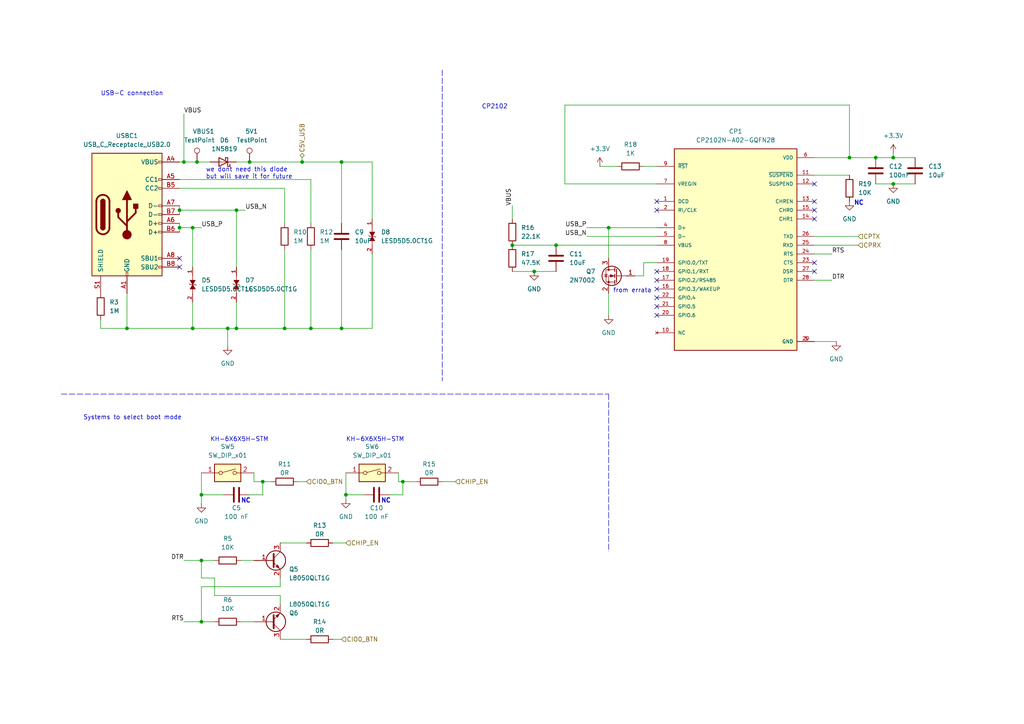
<source format=kicad_sch>
(kicad_sch (version 20211123) (generator eeschema)
  (paper "A4")
  (lib_symbols
    (symbol "CP2102N-A02-GQFN28:CP2102N-A02-GQFN28" (pin_names (offset 1.016))
      (property "Reference" "U" (at -17.78 33.02 0))
      (property "Value" "CP2102N-A02-GQFN28" (at -17.78 -33.02 0))
      (symbol "CP2102N-A02-GQFN28_0_0"
        (rectangle (start -17.78 -27.94) (end 17.78 30.48) (stroke (width 0.254)) (fill (type background)))
        (pin input line (at -22.86 15.24 0) (length 5.08) (name "DCD") (number "1"))
        (pin no_connect line (at -22.86 -22.86 0) (length 5.08) (name "NC") (number "10"))
        (pin output line (at 22.86 22.86 180) (length 5.08) (name "~{SUSPEND}") (number "11"))
        (pin output line (at 22.86 20.32 180) (length 5.08) (name "SUSPEND") (number "12"))
        (pin output line (at 22.86 15.24 180) (length 5.08) (name "CHREN") (number "13"))
        (pin output line (at 22.86 10.16 180) (length 5.08) (name "CHR1") (number "14"))
        (pin output line (at 22.86 12.7 180) (length 5.08) (name "CHR0") (number "15"))
        (pin bidirectional line (at -22.86 -10.16 0) (length 5.08) (name "GPIO.3/WAKEUP") (number "16"))
        (pin bidirectional line (at -22.86 -7.62 0) (length 5.08) (name "GPIO.2/RS485") (number "17"))
        (pin bidirectional line (at -22.86 -5.08 0) (length 5.08) (name "GPIO.1/RXT") (number "18"))
        (pin bidirectional line (at -22.86 -2.54 0) (length 5.08) (name "GPIO.0/TXT") (number "19"))
        (pin bidirectional line (at -22.86 12.7 0) (length 5.08) (name "RI/CLK") (number "2"))
        (pin bidirectional line (at -22.86 -17.78 0) (length 5.08) (name "GPIO.6") (number "20"))
        (pin bidirectional line (at -22.86 -15.24 0) (length 5.08) (name "GPIO.5") (number "21"))
        (pin bidirectional line (at -22.86 -12.7 0) (length 5.08) (name "GPIO.4") (number "22"))
        (pin input line (at 22.86 -2.54 180) (length 5.08) (name "CTS") (number "23"))
        (pin output line (at 22.86 0 180) (length 5.08) (name "RTS") (number "24"))
        (pin input line (at 22.86 2.54 180) (length 5.08) (name "RXD") (number "25"))
        (pin output line (at 22.86 5.08 180) (length 5.08) (name "TXD") (number "26"))
        (pin input line (at 22.86 -5.08 180) (length 5.08) (name "DSR") (number "27"))
        (pin output line (at 22.86 -7.62 180) (length 5.08) (name "DTR") (number "28"))
        (pin power_in line (at 22.86 -25.4 180) (length 5.08) (name "GND") (number "29"))
        (pin power_in line (at 22.86 -25.4 180) (length 5.08) (name "GND") (number "3"))
        (pin bidirectional line (at -22.86 7.62 0) (length 5.08) (name "D+") (number "4"))
        (pin bidirectional line (at -22.86 5.08 0) (length 5.08) (name "D-") (number "5"))
        (pin power_in line (at 22.86 27.94 180) (length 5.08) (name "VDD") (number "6"))
        (pin input line (at -22.86 20.32 0) (length 5.08) (name "VREGIN") (number "7"))
        (pin input line (at -22.86 2.54 0) (length 5.08) (name "VBUS") (number "8"))
        (pin input line (at -22.86 25.4 0) (length 5.08) (name "~{RST}") (number "9"))
      )
    )
    (symbol "Connector:TestPoint" (pin_numbers hide) (pin_names (offset 0.762) hide)
      (property "Reference" "TP" (at 0 6.858 0))
      (property "Value" "TestPoint" (at 0 5.08 0))
      (symbol "TestPoint_0_1"
        (circle (center 0 3.302) (radius 0.762))
      )
      (symbol "TestPoint_1_1"
        (pin passive line (at 0 0 90) (length 2.54) (name "1") (number "1"))
      )
    )
    (symbol "Connector:USB_C_Receptacle_USB2.0" (pin_names (offset 1.016))
      (property "Reference" "J" (at -10.16 19.05 0))
      (property "Value" "USB_C_Receptacle_USB2.0" (at 19.05 19.05 0))
      (symbol "USB_C_Receptacle_USB2.0_0_0"
        (rectangle (start -0.254 -17.78) (end 0.254 -16.764))
        (rectangle (start 10.16 -14.986) (end 9.144 -15.494))
        (rectangle (start 10.16 -12.446) (end 9.144 -12.954))
        (rectangle (start 10.16 -4.826) (end 9.144 -5.334))
        (rectangle (start 10.16 -2.286) (end 9.144 -2.794))
        (rectangle (start 10.16 0.254) (end 9.144 -0.254))
        (rectangle (start 10.16 2.794) (end 9.144 2.286))
        (rectangle (start 10.16 7.874) (end 9.144 7.366))
        (rectangle (start 10.16 10.414) (end 9.144 9.906))
        (rectangle (start 10.16 15.494) (end 9.144 14.986))
      )
      (symbol "USB_C_Receptacle_USB2.0_0_1"
        (rectangle (start -10.16 17.78) (end 10.16 -17.78) (stroke (width 0.254)) (fill (type background)))
        (arc (start -8.89 -3.81) (mid -6.985 -5.715) (end -5.08 -3.81) (stroke (width 0.508)))
        (arc (start -7.62 -3.81) (mid -6.985 -4.445) (end -6.35 -3.81) (stroke (width 0.254)))
        (arc (start -7.62 -3.81) (mid -6.985 -4.445) (end -6.35 -3.81) (stroke (width 0.254)) (fill (type outline)))
        (rectangle (start -7.62 -3.81) (end -6.35 3.81) (stroke (width 0.254)) (fill (type outline)))
        (arc (start -6.35 3.81) (mid -6.985 4.445) (end -7.62 3.81) (stroke (width 0.254)))
        (arc (start -6.35 3.81) (mid -6.985 4.445) (end -7.62 3.81) (stroke (width 0.254)) (fill (type outline)))
        (arc (start -5.08 3.81) (mid -6.985 5.715) (end -8.89 3.81) (stroke (width 0.508)))
        (circle (center -2.54 1.143) (radius 0.635) (stroke (width 0.254)) (fill (type outline)))
        (circle (center 0 -5.842) (radius 1.27) (fill (type outline)))
        (polyline (pts (xy -8.89 -3.81) (xy -8.89 3.81)) (stroke (width 0.508)))
        (polyline (pts (xy -5.08 3.81) (xy -5.08 -3.81)) (stroke (width 0.508)))
        (polyline (pts (xy 0 -5.842) (xy 0 4.318)) (stroke (width 0.508)))
        (polyline (pts (xy 0 -3.302) (xy -2.54 -0.762) (xy -2.54 0.508)) (stroke (width 0.508)))
        (polyline (pts (xy 0 -2.032) (xy 2.54 0.508) (xy 2.54 1.778)) (stroke (width 0.508)))
        (polyline (pts (xy -1.27 4.318) (xy 0 6.858) (xy 1.27 4.318) (xy -1.27 4.318)) (stroke (width 0.254)) (fill (type outline)))
        (rectangle (start 1.905 1.778) (end 3.175 3.048) (stroke (width 0.254)) (fill (type outline)))
      )
      (symbol "USB_C_Receptacle_USB2.0_1_1"
        (pin passive line (at 0 -22.86 90) (length 5.08) (name "GND") (number "A1"))
        (pin passive line (at 0 -22.86 90) (length 5.08) hide (name "GND") (number "A12"))
        (pin passive line (at 15.24 15.24 180) (length 5.08) (name "VBUS") (number "A4"))
        (pin bidirectional line (at 15.24 10.16 180) (length 5.08) (name "CC1") (number "A5"))
        (pin bidirectional line (at 15.24 -2.54 180) (length 5.08) (name "D+") (number "A6"))
        (pin bidirectional line (at 15.24 2.54 180) (length 5.08) (name "D-") (number "A7"))
        (pin bidirectional line (at 15.24 -12.7 180) (length 5.08) (name "SBU1") (number "A8"))
        (pin passive line (at 15.24 15.24 180) (length 5.08) hide (name "VBUS") (number "A9"))
        (pin passive line (at 0 -22.86 90) (length 5.08) hide (name "GND") (number "B1"))
        (pin passive line (at 0 -22.86 90) (length 5.08) hide (name "GND") (number "B12"))
        (pin passive line (at 15.24 15.24 180) (length 5.08) hide (name "VBUS") (number "B4"))
        (pin bidirectional line (at 15.24 7.62 180) (length 5.08) (name "CC2") (number "B5"))
        (pin bidirectional line (at 15.24 -5.08 180) (length 5.08) (name "D+") (number "B6"))
        (pin bidirectional line (at 15.24 0 180) (length 5.08) (name "D-") (number "B7"))
        (pin bidirectional line (at 15.24 -15.24 180) (length 5.08) (name "SBU2") (number "B8"))
        (pin passive line (at 15.24 15.24 180) (length 5.08) hide (name "VBUS") (number "B9"))
        (pin passive line (at -7.62 -22.86 90) (length 5.08) (name "SHIELD") (number "S1"))
      )
    )
    (symbol "Device:C" (pin_numbers hide) (pin_names (offset 0.254))
      (property "Reference" "C" (at 0.635 2.54 0))
      (property "Value" "C" (at 0.635 -2.54 0))
      (symbol "C_0_1"
        (polyline (pts (xy -2.032 -0.762) (xy 2.032 -0.762)) (stroke (width 0.508)))
        (polyline (pts (xy -2.032 0.762) (xy 2.032 0.762)) (stroke (width 0.508)))
      )
      (symbol "C_1_1"
        (pin passive line (at 0 3.81 270) (length 2.794) (name "~") (number "1"))
        (pin passive line (at 0 -3.81 90) (length 2.794) (name "~") (number "2"))
      )
    )
    (symbol "Device:R" (pin_numbers hide) (pin_names (offset 0))
      (property "Reference" "R" (at 2.032 0 90))
      (property "Value" "R" (at 0 0 90))
      (symbol "R_0_1"
        (rectangle (start -1.016 -2.54) (end 1.016 2.54) (stroke (width 0.254)))
      )
      (symbol "R_1_1"
        (pin passive line (at 0 3.81 270) (length 1.27) (name "~") (number "1"))
        (pin passive line (at 0 -3.81 90) (length 1.27) (name "~") (number "2"))
      )
    )
    (symbol "Diode:1N5819" (pin_numbers hide) (pin_names (offset 1.016) hide)
      (property "Reference" "D" (at 0 2.54 0))
      (property "Value" "1N5819" (at 0 -2.54 0))
      (symbol "1N5819_0_1"
        (polyline (pts (xy 1.27 0) (xy -1.27 0)))
        (polyline (pts (xy 1.27 1.27) (xy 1.27 -1.27) (xy -1.27 0) (xy 1.27 1.27)) (stroke (width 0.254)))
        (polyline (pts (xy -1.905 0.635) (xy -1.905 1.27) (xy -1.27 1.27) (xy -1.27 -1.27) (xy -0.635 -1.27) (xy -0.635 -0.635)) (stroke (width 0.254)))
      )
      (symbol "1N5819_1_1"
        (pin passive line (at -3.81 0 0) (length 2.54) (name "K") (number "1"))
        (pin passive line (at 3.81 0 180) (length 2.54) (name "A") (number "2"))
      )
    )
    (symbol "LESD5D5.0CT1G:LESD5D5.0CT1G" (pin_names (offset 1.016))
      (property "Reference" "D" (at -5.08 2.54 0))
      (property "Value" "LESD5D5.0CT1G" (at -5.08 -5.08 0))
      (symbol "LESD5D5.0CT1G_0_0"
        (polyline (pts (xy -1.27 0) (xy -2.54 0)) (stroke (width 0.1524)))
        (polyline (pts (xy 0 -0.762) (xy -0.254 -1.016)) (stroke (width 0.1524)))
        (polyline (pts (xy 0 -0.762) (xy 0 0.762)) (stroke (width 0.1524)))
        (polyline (pts (xy 0 0.762) (xy 0.254 1.016)) (stroke (width 0.1524)))
        (polyline (pts (xy 1.27 0) (xy 2.54 0)) (stroke (width 0.1524)))
        (polyline (pts (xy 0 0) (xy -1.27 -0.762) (xy -1.27 0.762) (xy 0 0)) (stroke (width 0.1524)) (fill (type outline)))
        (polyline (pts (xy 0 0) (xy 1.27 0.762) (xy 1.27 -0.762) (xy 0 0)) (stroke (width 0.1524)) (fill (type outline)))
        (pin passive line (at -5.08 0 0) (length 2.54) (name "~") (number "1"))
        (pin passive line (at 5.08 0 180) (length 2.54) (name "~") (number "2"))
      )
    )
    (symbol "Switch:SW_DIP_x01" (pin_names (offset 0) hide)
      (property "Reference" "SW" (at 0 3.81 0))
      (property "Value" "SW_DIP_x01" (at 0 -3.81 0))
      (symbol "SW_DIP_x01_0_0"
        (circle (center -2.032 0) (radius 0.508))
        (polyline (pts (xy -1.524 0.127) (xy 2.3622 1.1684)))
        (circle (center 2.032 0) (radius 0.508))
      )
      (symbol "SW_DIP_x01_0_1"
        (rectangle (start -3.81 2.54) (end 3.81 -2.54) (stroke (width 0.254)) (fill (type background)))
      )
      (symbol "SW_DIP_x01_1_1"
        (pin passive line (at -7.62 0 0) (length 5.08) (name "~") (number "1"))
        (pin passive line (at 7.62 0 180) (length 5.08) (name "~") (number "2"))
      )
    )
    (symbol "Transistor_BJT:BC848W" (pin_names (offset 0) hide)
      (property "Reference" "Q" (at 5.08 1.905 0))
      (property "Value" "BC848W" (at 5.08 0 0))
      (symbol "BC848W_0_1"
        (polyline (pts (xy 0.635 0.635) (xy 2.54 2.54)))
        (polyline (pts (xy 0.635 -0.635) (xy 2.54 -2.54) (xy 2.54 -2.54)))
        (polyline (pts (xy 0.635 1.905) (xy 0.635 -1.905) (xy 0.635 -1.905)) (stroke (width 0.508)))
        (polyline (pts (xy 1.27 -1.778) (xy 1.778 -1.27) (xy 2.286 -2.286) (xy 1.27 -1.778) (xy 1.27 -1.778)) (fill (type outline)))
        (circle (center 1.27 0) (radius 2.8194) (stroke (width 0.254)))
      )
      (symbol "BC848W_1_1"
        (pin input line (at -5.08 0 0) (length 5.715) (name "B") (number "1"))
        (pin passive line (at 2.54 -5.08 90) (length 2.54) (name "E") (number "2"))
        (pin passive line (at 2.54 5.08 270) (length 2.54) (name "C") (number "3"))
      )
    )
    (symbol "Transistor_FET:2N7002" (pin_names hide)
      (property "Reference" "Q" (at 5.08 1.905 0))
      (property "Value" "2N7002" (at 5.08 0 0))
      (symbol "2N7002_0_1"
        (polyline (pts (xy 0.254 0) (xy -2.54 0)))
        (polyline (pts (xy 0.254 1.905) (xy 0.254 -1.905)) (stroke (width 0.254)))
        (polyline (pts (xy 0.762 -1.27) (xy 0.762 -2.286)) (stroke (width 0.254)))
        (polyline (pts (xy 0.762 0.508) (xy 0.762 -0.508)) (stroke (width 0.254)))
        (polyline (pts (xy 0.762 2.286) (xy 0.762 1.27)) (stroke (width 0.254)))
        (polyline (pts (xy 2.54 2.54) (xy 2.54 1.778)))
        (polyline (pts (xy 2.54 -2.54) (xy 2.54 0) (xy 0.762 0)))
        (polyline (pts (xy 0.762 -1.778) (xy 3.302 -1.778) (xy 3.302 1.778) (xy 0.762 1.778)))
        (polyline (pts (xy 1.016 0) (xy 2.032 0.381) (xy 2.032 -0.381) (xy 1.016 0)) (fill (type outline)))
        (polyline (pts (xy 2.794 0.508) (xy 2.921 0.381) (xy 3.683 0.381) (xy 3.81 0.254)))
        (polyline (pts (xy 3.302 0.381) (xy 2.921 -0.254) (xy 3.683 -0.254) (xy 3.302 0.381)))
        (circle (center 1.651 0) (radius 2.794) (stroke (width 0.254)))
        (circle (center 2.54 -1.778) (radius 0.254) (fill (type outline)))
        (circle (center 2.54 1.778) (radius 0.254) (fill (type outline)))
      )
      (symbol "2N7002_1_1"
        (pin input line (at -5.08 0 0) (length 2.54) (name "G") (number "1"))
        (pin passive line (at 2.54 -5.08 90) (length 2.54) (name "S") (number "2"))
        (pin passive line (at 2.54 5.08 270) (length 2.54) (name "D") (number "3"))
      )
    )
    (symbol "power:+3.3V" (power) (pin_names (offset 0))
      (property "Value" "+3.3V" (at 0 3.556 0))
      (symbol "+3.3V_0_1"
        (polyline (pts (xy -0.762 1.27) (xy 0 2.54)))
        (polyline (pts (xy 0 0) (xy 0 2.54)))
        (polyline (pts (xy 0 2.54) (xy 0.762 1.27)))
      )
      (symbol "+3.3V_1_1"
        (pin power_in line (at 0 0 90) (length 0) hide (name "+3.3V") (number "1"))
      )
    )
    (symbol "power:GND" (power) (pin_names (offset 0))
      (property "Value" "GND" (at 0 -3.81 0))
      (symbol "GND_0_1"
        (polyline (pts (xy 0 0) (xy 0 -1.27) (xy 1.27 -1.27) (xy 0 -2.54) (xy -1.27 -1.27) (xy 0 -1.27)))
      )
      (symbol "GND_1_1"
        (pin power_in line (at 0 0 270) (length 0) hide (name "GND") (number "1"))
      )
    )
  )
  (junction (at 53.34 46.99))
  (junction (at 259.08 45.72))
  (junction (at 66.04 95.25))
  (junction (at 246.38 45.72))
  (junction (at 90.17 95.25))
  (junction (at 55.88 66.04))
  (junction (at 68.58 60.96))
  (junction (at 55.88 95.25))
  (junction (at 82.55 95.25))
  (junction (at 58.42 162.56))
  (junction (at 58.42 143.51))
  (junction (at 58.42 180.34))
  (junction (at 100.33 143.51))
  (junction (at 72.39 46.99))
  (junction (at 36.83 95.25))
  (junction (at 99.06 46.99))
  (junction (at 52.07 60.96))
  (junction (at 259.08 53.34))
  (junction (at 254 45.72))
  (junction (at 68.58 95.25))
  (junction (at 154.94 78.74))
  (junction (at 148.59 71.12))
  (junction (at 161.29 71.12))
  (junction (at 57.15 46.99))
  (junction (at 76.2 139.7))
  (junction (at 116.84 139.7))
  (junction (at 176.53 66.04))
  (junction (at 52.07 66.04))
  (junction (at 99.06 95.25))
  (junction (at 87.63 46.99))
  (no_connect (at 190.5 60.96))
  (no_connect (at 236.22 76.2))
  (no_connect (at 52.07 74.93))
  (no_connect (at 52.07 77.47))
  (no_connect (at 236.22 78.74))
  (no_connect (at 190.5 88.9))
  (no_connect (at 190.5 81.28))
  (no_connect (at 190.5 78.74))
  (no_connect (at 190.5 58.42))
  (no_connect (at 236.22 58.42))
  (no_connect (at 236.22 60.96))
  (no_connect (at 236.22 53.34))
  (no_connect (at 236.22 63.5))
  (no_connect (at 190.5 83.82))
  (no_connect (at 190.5 91.44))
  (no_connect (at 190.5 86.36))
  (wire (pts (xy 90.17 95.25) (xy 99.06 95.25)))
  (wire (pts (xy 72.39 143.51) (xy 76.2 143.51)))
  (wire (pts (xy 163.83 53.34) (xy 163.83 30.48)))
  (wire (pts (xy 86.36 139.7) (xy 88.9 139.7)))
  (wire (pts (xy 99.06 46.99) (xy 87.63 46.99)))
  (wire (pts (xy 58.42 162.56) (xy 62.23 162.56)))
  (wire (pts (xy 170.18 66.04) (xy 176.53 66.04)))
  (wire (pts (xy 68.58 60.96) (xy 68.58 77.47)))
  (wire (pts (xy 81.28 170.18) (xy 81.28 167.64)))
  (wire (pts (xy 99.06 46.99) (xy 107.95 46.99)))
  (wire (pts (xy 53.34 46.99) (xy 57.15 46.99)))
  (wire (pts (xy 113.03 143.51) (xy 116.84 143.51)))
  (wire (pts (xy 96.52 185.42) (xy 99.06 185.42)))
  (wire (pts (xy 81.28 157.48) (xy 88.9 157.48)))
  (wire (pts (xy 90.17 72.39) (xy 90.17 95.25)))
  (wire (pts (xy 236.22 50.8) (xy 246.38 50.8)))
  (wire (pts (xy 58.42 143.51) (xy 58.42 146.05)))
  (wire (pts (xy 90.17 64.77) (xy 90.17 52.07)))
  (wire (pts (xy 236.22 45.72) (xy 246.38 45.72)))
  (wire (pts (xy 52.07 59.69) (xy 52.07 60.96)))
  (wire (pts (xy 90.17 52.07) (xy 52.07 52.07)))
  (wire (pts (xy 236.22 99.06) (xy 242.57 99.06)))
  (wire (pts (xy 62.23 172.72) (xy 81.28 172.72)))
  (wire (pts (xy 128.27 139.7) (xy 132.08 139.7)))
  (wire (pts (xy 265.43 45.72) (xy 259.08 45.72)))
  (wire (pts (xy 190.5 76.2) (xy 186.69 76.2)))
  (wire (pts (xy 236.22 81.28) (xy 241.3 81.28)))
  (wire (pts (xy 52.07 66.04) (xy 52.07 67.31)))
  (wire (pts (xy 29.21 95.25) (xy 36.83 95.25)))
  (wire (pts (xy 69.85 162.56) (xy 73.66 162.56)))
  (wire (pts (xy 73.66 137.16) (xy 73.66 139.7)))
  (wire (pts (xy 154.94 78.74) (xy 161.29 78.74)))
  (wire (pts (xy 115.57 137.16) (xy 115.57 139.7)))
  (wire (pts (xy 100.33 143.51) (xy 100.33 144.78)))
  (wire (pts (xy 36.83 95.25) (xy 55.88 95.25)))
  (wire (pts (xy 76.2 139.7) (xy 76.2 143.51)))
  (wire (pts (xy 254 45.72) (xy 259.08 45.72)))
  (wire (pts (xy 55.88 87.63) (xy 55.88 95.25)))
  (wire (pts (xy 148.59 78.74) (xy 154.94 78.74)))
  (wire (pts (xy 82.55 72.39) (xy 82.55 95.25)))
  (wire (pts (xy 52.07 60.96) (xy 52.07 62.23)))
  (wire (pts (xy 186.69 76.2) (xy 186.69 80.01)))
  (polyline (pts (xy 128.27 20.32) (xy 128.27 110.49)))
  (wire (pts (xy 265.43 53.34) (xy 259.08 53.34)))
  (wire (pts (xy 57.15 46.99) (xy 60.96 46.99)))
  (wire (pts (xy 52.07 46.99) (xy 53.34 46.99)))
  (wire (pts (xy 100.33 137.16) (xy 100.33 143.51)))
  (wire (pts (xy 148.59 71.12) (xy 161.29 71.12)))
  (wire (pts (xy 236.22 71.12) (xy 248.92 71.12)))
  (wire (pts (xy 52.07 64.77) (xy 52.07 66.04)))
  (polyline (pts (xy 17.78 114.3) (xy 176.53 114.3)))
  (wire (pts (xy 68.58 87.63) (xy 68.58 95.25)))
  (polyline (pts (xy 176.53 114.3) (xy 176.53 160.02)))
  (wire (pts (xy 236.22 68.58) (xy 248.92 68.58)))
  (wire (pts (xy 176.53 66.04) (xy 176.53 74.93)))
  (wire (pts (xy 53.34 180.34) (xy 58.42 180.34)))
  (wire (pts (xy 58.42 137.16) (xy 58.42 143.51)))
  (wire (pts (xy 68.58 60.96) (xy 71.12 60.96)))
  (wire (pts (xy 161.29 71.12) (xy 190.5 71.12)))
  (wire (pts (xy 236.22 73.66) (xy 241.3 73.66)))
  (wire (pts (xy 99.06 72.39) (xy 99.06 95.25)))
  (wire (pts (xy 55.88 66.04) (xy 58.42 66.04)))
  (wire (pts (xy 62.23 167.64) (xy 62.23 172.72)))
  (wire (pts (xy 68.58 95.25) (xy 82.55 95.25)))
  (wire (pts (xy 163.83 53.34) (xy 190.5 53.34)))
  (wire (pts (xy 53.34 162.56) (xy 58.42 162.56)))
  (wire (pts (xy 76.2 139.7) (xy 78.74 139.7)))
  (wire (pts (xy 246.38 30.48) (xy 246.38 45.72)))
  (wire (pts (xy 96.52 157.48) (xy 100.33 157.48)))
  (wire (pts (xy 36.83 85.09) (xy 36.83 95.25)))
  (wire (pts (xy 58.42 162.56) (xy 58.42 167.64)))
  (wire (pts (xy 99.06 64.77) (xy 99.06 46.99)))
  (wire (pts (xy 69.85 180.34) (xy 73.66 180.34)))
  (wire (pts (xy 55.88 66.04) (xy 55.88 77.47)))
  (wire (pts (xy 176.53 85.09) (xy 176.53 91.44)))
  (wire (pts (xy 116.84 139.7) (xy 120.65 139.7)))
  (wire (pts (xy 107.95 95.25) (xy 99.06 95.25)))
  (wire (pts (xy 81.28 172.72) (xy 81.28 175.26)))
  (wire (pts (xy 66.04 95.25) (xy 66.04 100.33)))
  (wire (pts (xy 73.66 139.7) (xy 76.2 139.7)))
  (wire (pts (xy 107.95 46.99) (xy 107.95 63.5)))
  (wire (pts (xy 254 53.34) (xy 259.08 53.34)))
  (wire (pts (xy 246.38 45.72) (xy 254 45.72)))
  (wire (pts (xy 163.83 30.48) (xy 246.38 30.48)))
  (wire (pts (xy 107.95 73.66) (xy 107.95 95.25)))
  (wire (pts (xy 29.21 95.25) (xy 29.21 92.71)))
  (wire (pts (xy 58.42 180.34) (xy 58.42 170.18)))
  (wire (pts (xy 186.69 48.26) (xy 190.5 48.26)))
  (wire (pts (xy 53.34 33.02) (xy 53.34 46.99)))
  (wire (pts (xy 148.59 59.69) (xy 148.59 63.5)))
  (wire (pts (xy 87.63 45.72) (xy 87.63 46.99)))
  (wire (pts (xy 170.18 68.58) (xy 190.5 68.58)))
  (wire (pts (xy 176.53 66.04) (xy 190.5 66.04)))
  (wire (pts (xy 58.42 180.34) (xy 62.23 180.34)))
  (wire (pts (xy 173.99 48.26) (xy 179.07 48.26)))
  (wire (pts (xy 58.42 167.64) (xy 62.23 167.64)))
  (wire (pts (xy 116.84 139.7) (xy 115.57 139.7)))
  (wire (pts (xy 186.69 80.01) (xy 184.15 80.01)))
  (wire (pts (xy 66.04 95.25) (xy 68.58 95.25)))
  (wire (pts (xy 55.88 95.25) (xy 66.04 95.25)))
  (wire (pts (xy 82.55 64.77) (xy 82.55 54.61)))
  (wire (pts (xy 116.84 143.51) (xy 116.84 139.7)))
  (wire (pts (xy 68.58 46.99) (xy 72.39 46.99)))
  (wire (pts (xy 259.08 45.72) (xy 259.08 44.45)))
  (wire (pts (xy 82.55 95.25) (xy 90.17 95.25)))
  (wire (pts (xy 58.42 143.51) (xy 64.77 143.51)))
  (wire (pts (xy 52.07 66.04) (xy 55.88 66.04)))
  (wire (pts (xy 52.07 60.96) (xy 68.58 60.96)))
  (wire (pts (xy 81.28 185.42) (xy 88.9 185.42)))
  (wire (pts (xy 87.63 46.99) (xy 72.39 46.99)))
  (wire (pts (xy 100.33 143.51) (xy 105.41 143.51)))
  (wire (pts (xy 58.42 170.18) (xy 81.28 170.18)))
  (wire (pts (xy 82.55 54.61) (xy 52.07 54.61)))
  (text "USB-C connection" (at 29.21 27.94 0) (effects (font (size 1.27 1.27)) (justify left bottom)))
  (text "KH-6X6X5H-STM" (at 100.33 128.27 0) (effects (font (size 1.27 1.27)) (justify left bottom)))
  (text "from errata" (at 177.8 85.09 0) (effects (font (size 1.27 1.27)) (justify left bottom)))
  (text "we dont need this diode\nbut will save it for future" (at 59.69 52.07 0) (effects (font (size 1.27 1.27)) (justify left bottom)))
  (text "CP2102" (at 139.7 31.75 0) (effects (font (size 1.27 1.27)) (justify left bottom)))
  (text "NC" (at 247.65 59.69 0) (effects (font (size 1.27 1.27) (thickness 0.254) bold) (justify left bottom)))
  (text "Systems to select boot mode" (at 24.13 121.92 0) (effects (font (size 1.27 1.27)) (justify left bottom)))
  (text "KH-6X6X5H-STM" (at 60.96 128.27 0) (effects (font (size 1.27 1.27)) (justify left bottom)))
  (text "NC" (at 69.85 146.05 0) (effects (font (size 1.27 1.27) (thickness 0.254) bold) (justify left bottom)))
  (text "NC" (at 110.49 146.05 0) (effects (font (size 1.27 1.27) (thickness 0.254) bold) (justify left bottom)))
  (label "VBUS" (at 53.34 33.02 0))
  (label "RTS" (at 241.3 73.66 0))
  (label "VBUS" (at 148.59 59.69 90))
  (label "USB_N" (at 71.12 60.96 0))
  (label "DTR" (at 241.3 81.28 0))
  (label "RTS" (at 53.34 180.34 180))
  (label "USB_P" (at 58.42 66.04 0))
  (label "USB_N" (at 170.18 68.58 180))
  (label "USB_P" (at 170.18 66.04 180))
  (label "DTR" (at 53.34 162.56 180))
  (hierarchical_label "C5V_USB" (shape bidirectional) (at 87.63 45.72 90))
  (hierarchical_label "CPTX" (shape input) (at 248.92 68.58 0))
  (hierarchical_label "CIO0_BTN" (shape input) (at 99.06 185.42 0))
  (hierarchical_label "CPRX" (shape input) (at 248.92 71.12 0))
  (hierarchical_label "CHIP_EN" (shape input) (at 132.08 139.7 0))
  (hierarchical_label "CHIP_EN" (shape input) (at 100.33 157.48 0))
  (hierarchical_label "CIO0_BTN" (shape input) (at 88.9 139.7 0))
  (symbol (lib_id "Device:R") (at 148.59 74.93 180) (unit 1)
    (property "Reference" "R17" (at 151.13 73.6599 0) (effects (justify right)))
    (property "Value" "47.5K" (at 151.13 76.1999 0) (effects (justify right)))
    (property "Footprint" "Resistor_SMD:R_0805_2012Metric" (effects hide))
  )
  (symbol (lib_id "Transistor_FET:2N7002") (at 179.07 80.01 0) (mirror y) (unit 1)
    (property "Reference" "Q7" (at 172.72 78.7399 0) (effects (justify left)))
    (property "Value" "2N7002" (at 172.72 81.2799 0) (effects (justify left)))
    (property "Footprint" "Package_TO_SOT_SMD:SOT-23" (effects hide))
    (property "Datasheet" "https://www.onsemi.com/pub/Collateral/NDS7002A-D.PDF" (effects hide))
  )
  (symbol (lib_id "Device:R") (at 66.04 180.34 270) (unit 1)
    (property "Reference" "R6" (at 66.04 173.99 90))
    (property "Value" "10K" (at 66.04 176.53 90))
    (property "Footprint" "Resistor_SMD:R_0805_2012Metric" (effects hide))
  )
  (symbol (lib_id "power:GND") (at 246.38 58.42 0) (unit 1)
    (property "Reference" "#PWR0133" (effects hide))
    (property "Value" "GND" (at 246.38 63.5 0))
  )
  (symbol (lib_id "Device:R") (at 82.55 139.7 90) (unit 1)
    (property "Reference" "R11" (at 82.55 134.62 90))
    (property "Value" "0R" (at 82.55 137.16 90))
    (property "Footprint" "Resistor_SMD:R_0805_2012Metric" (effects hide))
  )
  (symbol (lib_id "power:+3.3V") (at 259.08 44.45 0) (unit 1)
    (property "Reference" "#PWR0134" (effects hide))
    (property "Value" "+3.3V" (at 259.08 39.37 0))
  )
  (symbol (lib_id "Device:R") (at 124.46 139.7 90) (unit 1)
    (property "Reference" "R15" (at 124.46 134.62 90))
    (property "Value" "0R" (at 124.46 137.16 90))
    (property "Footprint" "Resistor_SMD:R_0805_2012Metric" (effects hide))
  )
  (symbol (lib_id "CP2102N-A02-GQFN28:CP2102N-A02-GQFN28") (at 213.36 73.66 0) (unit 1)
    (property "Reference" "CP1" (at 213.36 38.1 0))
    (property "Value" "CP2102N-A02-GQFN28" (at 213.36 40.64 0))
    (property "Footprint" "CP2102N-A02-GQFN28:QFN50P500X500X80-29N" (effects hide))
    (property "MAXIMUM_PACKAGE_HEIGHT" "0.8 mm" (effects hide))
    (property "MANUFACTURER" "Silicon Labs" (effects hide))
    (property "PARTREV" "1.5" (effects hide))
    (property "STANDARD" "IPC 7351B" (effects hide))
  )
  (symbol (lib_id "power:GND") (at 259.08 53.34 0) (unit 1)
    (property "Reference" "#PWR0135" (effects hide))
    (property "Value" "GND" (at 259.08 58.42 0))
  )
  (symbol (lib_id "power:GND") (at 176.53 91.44 0) (unit 1)
    (property "Reference" "#PWR0132" (effects hide))
    (property "Value" "GND" (at 176.53 96.52 0))
  )
  (symbol (lib_id "Device:R") (at 90.17 68.58 0) (unit 1)
    (property "Reference" "R12" (at 92.71 67.3099 0) (effects (justify left)))
    (property "Value" "1M" (at 92.71 69.8499 0) (effects (justify left)))
    (property "Footprint" "Resistor_SMD:R_0805_2012Metric" (effects hide))
  )
  (symbol (lib_id "Device:R") (at 29.21 88.9 0) (unit 1)
    (property "Reference" "R3" (at 31.75 87.6299 0) (effects (justify left)))
    (property "Value" "1M" (at 31.75 90.1699 0) (effects (justify left)))
    (property "Footprint" "Resistor_SMD:R_0805_2012Metric" (effects hide))
  )
  (symbol (lib_id "Device:R") (at 246.38 54.61 0) (unit 1)
    (property "Reference" "R19" (at 248.92 53.3399 0) (effects (justify left)))
    (property "Value" "10K" (at 248.92 55.8799 0) (effects (justify left)))
    (property "Footprint" "Resistor_SMD:R_0805_2012Metric" (effects hide))
  )
  (symbol (lib_id "Device:C") (at 265.43 49.53 0) (unit 1)
    (property "Reference" "C13" (at 269.24 48.2599 0) (effects (justify left)))
    (property "Value" "10uF" (at 269.24 50.7999 0) (effects (justify left)))
    (property "Footprint" "Capacitor_SMD:C_0805_2012Metric" (effects hide))
  )
  (symbol (lib_id "Device:C") (at 161.29 74.93 0) (unit 1)
    (property "Reference" "C11" (at 165.1 73.6599 0) (effects (justify left)))
    (property "Value" "10uF" (at 165.1 76.1999 0) (effects (justify left)))
    (property "Footprint" "Capacitor_SMD:C_0805_2012Metric" (effects hide))
  )
  (symbol (lib_id "Device:R") (at 92.71 185.42 90) (unit 1)
    (property "Reference" "R14" (at 92.71 180.34 90))
    (property "Value" "0R" (at 92.71 182.88 90))
    (property "Footprint" "Resistor_SMD:R_0805_2012Metric" (effects hide))
  )
  (symbol (lib_id "Connector:TestPoint") (at 72.39 46.99 0) (unit 1)
    (property "Reference" "5V1" (at 71.12 38.1 0) (effects (justify left)))
    (property "Value" "TestPoint" (at 68.58 40.64 0) (effects (justify left)))
    (property "Footprint" "TestPoint:TestPoint_Pad_2.0x2.0mm" (effects hide))
  )
  (symbol (lib_id "Device:R") (at 182.88 48.26 90) (unit 1)
    (property "Reference" "R18" (at 182.88 41.91 90))
    (property "Value" "1K" (at 182.88 44.45 90))
    (property "Footprint" "Resistor_SMD:R_0805_2012Metric" (effects hide))
  )
  (symbol (lib_id "power:+3.3V") (at 173.99 48.26 0) (unit 1)
    (property "Reference" "#PWR0131" (effects hide))
    (property "Value" "+3.3V" (at 173.99 43.18 0))
  )
  (symbol (lib_id "power:GND") (at 58.42 146.05 0) (unit 1)
    (property "Reference" "#PWR0138" (effects hide))
    (property "Value" "GND" (at 58.42 151.13 0))
  )
  (symbol (lib_id "Transistor_BJT:BC848W") (at 78.74 162.56 0) (unit 1)
    (property "Reference" "Q5" (at 83.82 165.1 0) (effects (justify left)))
    (property "Value" "L8050QLT1G" (at 83.82 167.64 0) (effects (justify left)))
    (property "Footprint" "Package_TO_SOT_SMD:SOT-23" (effects hide))
    (property "Datasheet" "https://datasheet.lcsc.com/lcsc/1809051326_LRC-L8050QLT1G_C49581.pdf" (effects hide))
  )
  (symbol (lib_id "Diode:1N5819") (at 64.77 46.99 180) (unit 1)
    (property "Reference" "D6" (at 65.0875 40.64 0))
    (property "Value" "1N5819" (at 65.0875 43.18 0))
    (property "Footprint" "Diode_SMD:D_SMA" (effects hide))
    (property "Datasheet" "http://www.vishay.com/docs/88525/1n5817.pdf" (effects hide))
  )
  (symbol (lib_id "Switch:SW_DIP_x01") (at 66.04 137.16 0) (unit 1)
    (property "Reference" "SW5" (at 66.04 129.54 0))
    (property "Value" "SW_DIP_x01" (at 66.04 132.08 0))
    (property "Footprint" "Button_Switch_SMD:SW_Push_1P1T_NO_6x6mm_H9.5mm" (effects hide))
  )
  (symbol (lib_id "power:GND") (at 242.57 99.06 0) (unit 1)
    (property "Reference" "#PWR0136" (effects hide))
    (property "Value" "GND" (at 242.57 104.14 0))
  )
  (symbol (lib_id "power:GND") (at 154.94 78.74 0) (unit 1)
    (property "Reference" "#PWR0130" (effects hide))
    (property "Value" "GND" (at 154.94 83.82 0))
  )
  (symbol (lib_id "Transistor_BJT:BC848W") (at 78.74 180.34 0) (mirror x) (unit 1)
    (property "Reference" "Q6" (at 83.82 177.8 0) (effects (justify left)))
    (property "Value" "L8050QLT1G" (at 83.82 175.26 0) (effects (justify left)))
    (property "Footprint" "Package_TO_SOT_SMD:SOT-23" (effects hide))
    (property "Datasheet" "https://datasheet.lcsc.com/lcsc/1809051326_LRC-L8050QLT1G_C49581.pdf" (effects hide))
  )
  (symbol (lib_id "power:GND") (at 66.04 100.33 0) (unit 1)
    (property "Reference" "#PWR0137" (effects hide))
    (property "Value" "GND" (at 66.04 105.41 0))
  )
  (symbol (lib_id "Connector:TestPoint") (at 57.15 46.99 0) (unit 1)
    (property "Reference" "VBUS1" (at 55.88 38.1 0) (effects (justify left)))
    (property "Value" "TestPoint" (at 53.34 40.64 0) (effects (justify left)))
    (property "Footprint" "TestPoint:TestPoint_Pad_2.0x2.0mm" (effects hide))
  )
  (symbol (lib_id "Device:C") (at 99.06 68.58 0) (unit 1)
    (property "Reference" "C9" (at 102.87 67.3099 0) (effects (justify left)))
    (property "Value" "10uF" (at 102.87 69.8499 0) (effects (justify left)))
    (property "Footprint" "Capacitor_SMD:C_0805_2012Metric" (effects hide))
  )
  (symbol (lib_id "Device:C") (at 254 49.53 0) (unit 1)
    (property "Reference" "C12" (at 257.81 48.2599 0) (effects (justify left)))
    (property "Value" "100nF" (at 257.81 50.7999 0) (effects (justify left)))
    (property "Footprint" "Capacitor_SMD:C_0805_2012Metric" (effects hide))
  )
  (symbol (lib_id "LESD5D5.0CT1G:LESD5D5.0CT1G") (at 55.88 82.55 270) (unit 1)
    (property "Reference" "D5" (at 58.42 81.2799 90) (effects (justify left)))
    (property "Value" "LESD5D5.0CT1G" (at 58.42 83.8199 90) (effects (justify left)))
    (property "Footprint" "LESD5D5:TVS_LESD5D5.0CT1G" (effects hide))
    (property "PARTREV" "O" (effects hide))
    (property "MANUFACTURER" "LRC" (effects hide))
    (property "MAXIMUM_PACKAGE_HEIGHT" "0.7 mm" (effects hide))
    (property "STANDARD" "Manufacturer Recommendations" (effects hide))
  )
  (symbol (lib_id "Device:R") (at 148.59 67.31 180) (unit 1)
    (property "Reference" "R16" (at 151.13 66.0399 0) (effects (justify right)))
    (property "Value" "22.1K" (at 151.13 68.5799 0) (effects (justify right)))
    (property "Footprint" "Resistor_SMD:R_0805_2012Metric" (effects hide))
  )
  (symbol (lib_id "Connector:USB_C_Receptacle_USB2.0") (at 36.83 62.23 0) (unit 1)
    (property "Reference" "USBC1" (at 36.83 39.37 0))
    (property "Value" "USB_C_Receptacle_USB2.0" (at 36.83 41.91 0))
    (property "Footprint" "Connector_USB:USB_C_Receptacle_HRO_TYPE-C-31-M-12" (effects hide))
    (property "Datasheet" "https://www.usb.org/sites/default/files/documents/usb_type-c.zip" (effects hide))
  )
  (symbol (lib_id "Device:C") (at 68.58 143.51 90) (unit 1)
    (property "Reference" "C5" (at 68.58 147.32 90))
    (property "Value" "100 nF" (at 68.58 149.86 90))
    (property "Footprint" "Capacitor_SMD:C_0805_2012Metric" (effects hide))
  )
  (symbol (lib_id "Device:C") (at 109.22 143.51 90) (unit 1)
    (property "Reference" "C10" (at 109.22 147.32 90))
    (property "Value" "100 nF" (at 109.22 149.86 90))
    (property "Footprint" "Capacitor_SMD:C_0805_2012Metric" (effects hide))
  )
  (symbol (lib_id "Switch:SW_DIP_x01") (at 107.95 137.16 0) (unit 1)
    (property "Reference" "SW6" (at 107.95 129.54 0))
    (property "Value" "SW_DIP_x01" (at 107.95 132.08 0))
    (property "Footprint" "Button_Switch_SMD:SW_Push_1P1T_NO_6x6mm_H9.5mm" (effects hide))
  )
  (symbol (lib_id "LESD5D5.0CT1G:LESD5D5.0CT1G") (at 68.58 82.55 270) (unit 1)
    (property "Reference" "D7" (at 71.12 81.2799 90) (effects (justify left)))
    (property "Value" "LESD5D5.0CT1G" (at 71.12 83.8199 90) (effects (justify left)))
    (property "Footprint" "LESD5D5:TVS_LESD5D5.0CT1G" (effects hide))
    (property "PARTREV" "O" (effects hide))
    (property "MANUFACTURER" "LRC" (effects hide))
    (property "MAXIMUM_PACKAGE_HEIGHT" "0.7 mm" (effects hide))
    (property "STANDARD" "Manufacturer Recommendations" (effects hide))
  )
  (symbol (lib_id "power:GND") (at 100.33 144.78 0) (unit 1)
    (property "Reference" "#PWR0139" (effects hide))
    (property "Value" "GND" (at 100.33 149.86 0))
  )
  (symbol (lib_id "Device:R") (at 82.55 68.58 0) (unit 1)
    (property "Reference" "R10" (at 85.09 67.3099 0) (effects (justify left)))
    (property "Value" "1M" (at 85.09 69.8499 0) (effects (justify left)))
    (property "Footprint" "Resistor_SMD:R_0805_2012Metric" (effects hide))
  )
  (symbol (lib_id "Device:R") (at 66.04 162.56 270) (unit 1)
    (property "Reference" "R5" (at 66.04 156.21 90))
    (property "Value" "10K" (at 66.04 158.75 90))
    (property "Footprint" "Resistor_SMD:R_0805_2012Metric" (effects hide))
  )
  (symbol (lib_id "Device:R") (at 92.71 157.48 90) (unit 1)
    (property "Reference" "R13" (at 92.71 152.4 90))
    (property "Value" "0R" (at 92.71 154.94 90))
    (property "Footprint" "Resistor_SMD:R_0805_2012Metric" (effects hide))
  )
  (symbol (lib_id "LESD5D5.0CT1G:LESD5D5.0CT1G") (at 107.95 68.58 270) (unit 1)
    (property "Reference" "D8" (at 110.49 67.3099 90) (effects (justify left)))
    (property "Value" "LESD5D5.0CT1G" (at 110.49 69.8499 90) (effects (justify left)))
    (property "Footprint" "LESD5D5:TVS_LESD5D5.0CT1G" (effects hide))
    (property "PARTREV" "O" (effects hide))
    (property "MANUFACTURER" "LRC" (effects hide))
    (property "MAXIMUM_PACKAGE_HEIGHT" "0.7 mm" (effects hide))
    (property "STANDARD" "Manufacturer Recommendations" (effects hide))
  )
)
</source>
